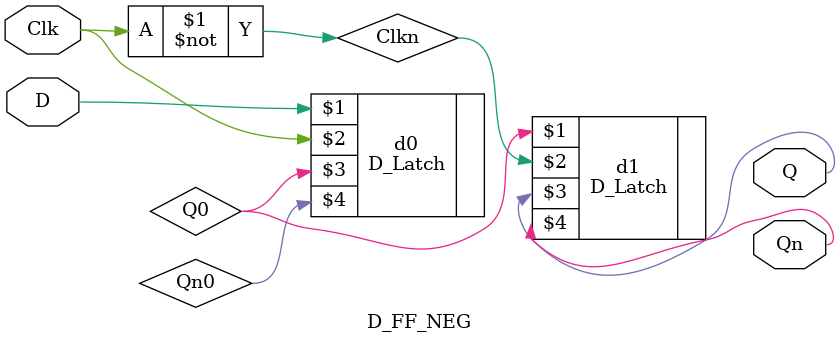
<source format=v>
`timescale 1ns / 1ps

module D_FF_NEG(D, Clk, Q, Qn);

input   D, Clk;
output  Q, Qn;

wire    Clkn, Q0, Qn0;

not     i0(Clkn, Clk);
D_Latch d0(D, Clk, Q0, Qn0);
D_Latch d1(Q0, Clkn, Q, Qn);

endmodule

</source>
